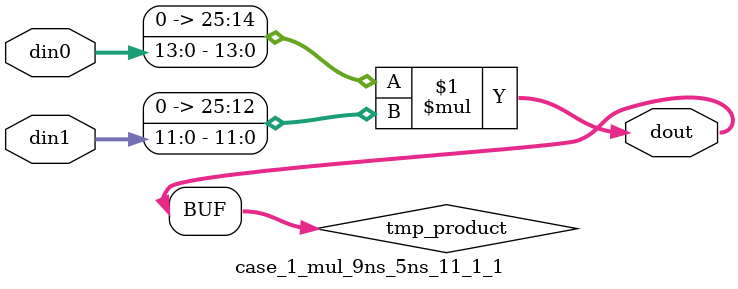
<source format=v>

`timescale 1 ns / 1 ps

 (* use_dsp = "no" *)  module case_1_mul_9ns_5ns_11_1_1(din0, din1, dout);
parameter ID = 1;
parameter NUM_STAGE = 0;
parameter din0_WIDTH = 14;
parameter din1_WIDTH = 12;
parameter dout_WIDTH = 26;

input [din0_WIDTH - 1 : 0] din0; 
input [din1_WIDTH - 1 : 0] din1; 
output [dout_WIDTH - 1 : 0] dout;

wire signed [dout_WIDTH - 1 : 0] tmp_product;
























assign tmp_product = $signed({1'b0, din0}) * $signed({1'b0, din1});











assign dout = tmp_product;





















endmodule

</source>
